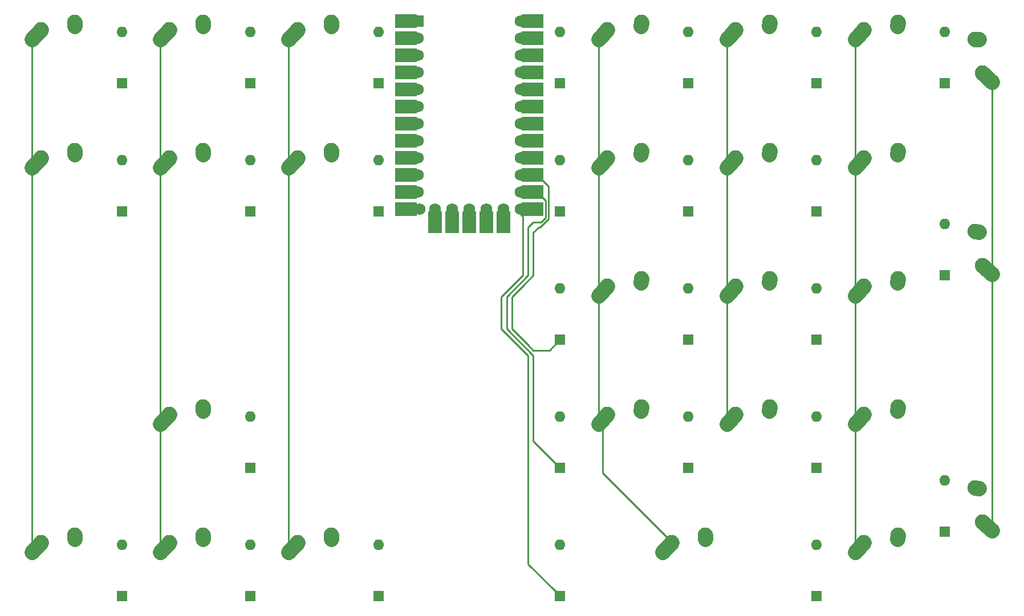
<source format=gbr>
G04 #@! TF.GenerationSoftware,KiCad,Pcbnew,(5.1.5)-3*
G04 #@! TF.CreationDate,2020-05-03T20:55:51-04:00*
G04 #@! TF.ProjectId,SideCar1.0,53696465-4361-4723-912e-302e6b696361,rev?*
G04 #@! TF.SameCoordinates,Original*
G04 #@! TF.FileFunction,Copper,L1,Top*
G04 #@! TF.FilePolarity,Positive*
%FSLAX46Y46*%
G04 Gerber Fmt 4.6, Leading zero omitted, Abs format (unit mm)*
G04 Created by KiCad (PCBNEW (5.1.5)-3) date 2020-05-03 20:55:51*
%MOMM*%
%LPD*%
G04 APERTURE LIST*
%ADD10R,2.000000X3.250000*%
%ADD11R,3.250000X2.000000*%
%ADD12C,1.752600*%
%ADD13R,1.752600X1.752600*%
%ADD14C,2.250000*%
%ADD15C,2.250000*%
%ADD16O,1.600000X1.600000*%
%ADD17R,1.600000X1.600000*%
%ADD18C,0.250000*%
G04 APERTURE END LIST*
D10*
X205898750Y-129381250D03*
X203358750Y-129381250D03*
X200818750Y-129381250D03*
X198278750Y-129381250D03*
X195738750Y-129381250D03*
D11*
X210216750Y-99536250D03*
X210216750Y-102076250D03*
X210216750Y-104616250D03*
X210216750Y-107156250D03*
X210216750Y-109696250D03*
X210216750Y-112236250D03*
X210216750Y-114776250D03*
X210216750Y-117316250D03*
X210216750Y-119856250D03*
X210216750Y-122396250D03*
X210216750Y-124936250D03*
X210216750Y-127476250D03*
X191420750Y-127476250D03*
X191420750Y-124936250D03*
X191420750Y-122396250D03*
X191420750Y-119856250D03*
X191420750Y-117316250D03*
X191420750Y-114776250D03*
X191420750Y-112236250D03*
X191420750Y-109696250D03*
X191420750Y-107156250D03*
X191420750Y-104616250D03*
X191420750Y-102076250D03*
X191420750Y-99536250D03*
D12*
X195738750Y-127476250D03*
X198278750Y-127476250D03*
X200818750Y-127476250D03*
X203358750Y-127476250D03*
X205898750Y-127476250D03*
X208438750Y-99536250D03*
X193427350Y-127476250D03*
X208438750Y-102076250D03*
X208438750Y-104616250D03*
X208438750Y-107156250D03*
X208438750Y-109696250D03*
X208438750Y-112236250D03*
X208438750Y-114776250D03*
X208438750Y-117316250D03*
X208438750Y-119856250D03*
X208438750Y-122396250D03*
X208438750Y-124936250D03*
X208438750Y-127476250D03*
X193198750Y-124936250D03*
X193198750Y-122396250D03*
X193198750Y-119856250D03*
X193198750Y-117316250D03*
X193198750Y-114776250D03*
X193198750Y-112236250D03*
X193198750Y-109696250D03*
X193198750Y-107156250D03*
X193198750Y-104616250D03*
X193198750Y-102076250D03*
D13*
X193198750Y-99536250D03*
D14*
X276987500Y-173950000D03*
D15*
X278447500Y-175260000D02*
X276987500Y-173949998D01*
D14*
X275907500Y-168910000D03*
D15*
X276487500Y-168950000D02*
X275907500Y-168910000D01*
D14*
X276987500Y-135850000D03*
D15*
X278447500Y-137160000D02*
X276987500Y-135849998D01*
D14*
X275907500Y-130810000D03*
D15*
X276487500Y-130850000D02*
X275907500Y-130810000D01*
D14*
X276987500Y-107275000D03*
D15*
X278447500Y-108585000D02*
X276987500Y-107274998D01*
D14*
X275907500Y-102235000D03*
D15*
X276487500Y-102275000D02*
X275907500Y-102235000D01*
D14*
X259437500Y-176975000D03*
D15*
X258127500Y-178435000D02*
X259437502Y-176975000D01*
D14*
X264477500Y-175895000D03*
D15*
X264437500Y-176475000D02*
X264477500Y-175895000D01*
D14*
X259437500Y-157925000D03*
D15*
X258127500Y-159385000D02*
X259437502Y-157925000D01*
D14*
X264477500Y-156845000D03*
D15*
X264437500Y-157425000D02*
X264477500Y-156845000D01*
D14*
X259437500Y-138875000D03*
D15*
X258127500Y-140335000D02*
X259437502Y-138875000D01*
D14*
X264477500Y-137795000D03*
D15*
X264437500Y-138375000D02*
X264477500Y-137795000D01*
D14*
X259437500Y-119825000D03*
D15*
X258127500Y-121285000D02*
X259437502Y-119825000D01*
D14*
X264477500Y-118745000D03*
D15*
X264437500Y-119325000D02*
X264477500Y-118745000D01*
D14*
X259437500Y-100775000D03*
D15*
X258127500Y-102235000D02*
X259437502Y-100775000D01*
D14*
X264477500Y-99695000D03*
D15*
X264437500Y-100275000D02*
X264477500Y-99695000D01*
D14*
X240387500Y-157925000D03*
D15*
X239077500Y-159385000D02*
X240387502Y-157925000D01*
D14*
X245427500Y-156845000D03*
D15*
X245387500Y-157425000D02*
X245427500Y-156845000D01*
D14*
X240387500Y-138875000D03*
D15*
X239077500Y-140335000D02*
X240387502Y-138875000D01*
D14*
X245427500Y-137795000D03*
D15*
X245387500Y-138375000D02*
X245427500Y-137795000D01*
D14*
X240387500Y-119825000D03*
D15*
X239077500Y-121285000D02*
X240387502Y-119825000D01*
D14*
X245427500Y-118745000D03*
D15*
X245387500Y-119325000D02*
X245427500Y-118745000D01*
D14*
X240387500Y-100775000D03*
D15*
X239077500Y-102235000D02*
X240387502Y-100775000D01*
D14*
X245427500Y-99695000D03*
D15*
X245387500Y-100275000D02*
X245427500Y-99695000D01*
D14*
X230862500Y-176975000D03*
D15*
X229552500Y-178435000D02*
X230862502Y-176975000D01*
D14*
X235902500Y-175895000D03*
D15*
X235862500Y-176475000D02*
X235902500Y-175895000D01*
D14*
X221337500Y-157925000D03*
D15*
X220027500Y-159385000D02*
X221337502Y-157925000D01*
D14*
X226377500Y-156845000D03*
D15*
X226337500Y-157425000D02*
X226377500Y-156845000D01*
D14*
X221337500Y-138875000D03*
D15*
X220027500Y-140335000D02*
X221337502Y-138875000D01*
D14*
X226377500Y-137795000D03*
D15*
X226337500Y-138375000D02*
X226377500Y-137795000D01*
D14*
X221337500Y-119825000D03*
D15*
X220027500Y-121285000D02*
X221337502Y-119825000D01*
D14*
X226377500Y-118745000D03*
D15*
X226337500Y-119325000D02*
X226377500Y-118745000D01*
D14*
X221337500Y-100775000D03*
D15*
X220027500Y-102235000D02*
X221337502Y-100775000D01*
D14*
X226377500Y-99695000D03*
D15*
X226337500Y-100275000D02*
X226377500Y-99695000D01*
D14*
X175300000Y-176975000D03*
D15*
X173990000Y-178435000D02*
X175300002Y-176975000D01*
D14*
X180340000Y-175895000D03*
D15*
X180300000Y-176475000D02*
X180340000Y-175895000D01*
D14*
X175300000Y-119825000D03*
D15*
X173990000Y-121285000D02*
X175300002Y-119825000D01*
D14*
X180340000Y-118745000D03*
D15*
X180300000Y-119325000D02*
X180340000Y-118745000D01*
D14*
X175300000Y-100775000D03*
D15*
X173990000Y-102235000D02*
X175300002Y-100775000D01*
D14*
X180340000Y-99695000D03*
D15*
X180300000Y-100275000D02*
X180340000Y-99695000D01*
D14*
X156250000Y-176975000D03*
D15*
X154940000Y-178435000D02*
X156250002Y-176975000D01*
D14*
X161290000Y-175895000D03*
D15*
X161250000Y-176475000D02*
X161290000Y-175895000D01*
D14*
X156250000Y-157925000D03*
D15*
X154940000Y-159385000D02*
X156250002Y-157925000D01*
D14*
X161290000Y-156845000D03*
D15*
X161250000Y-157425000D02*
X161290000Y-156845000D01*
D14*
X156250000Y-119825000D03*
D15*
X154940000Y-121285000D02*
X156250002Y-119825000D01*
D14*
X161290000Y-118745000D03*
D15*
X161250000Y-119325000D02*
X161290000Y-118745000D01*
D14*
X156250000Y-100775000D03*
D15*
X154940000Y-102235000D02*
X156250002Y-100775000D01*
D14*
X161290000Y-99695000D03*
D15*
X161250000Y-100275000D02*
X161290000Y-99695000D01*
D14*
X137200000Y-176975000D03*
D15*
X135890000Y-178435000D02*
X137200002Y-176975000D01*
D14*
X142240000Y-175895000D03*
D15*
X142200000Y-176475000D02*
X142240000Y-175895000D01*
D14*
X137200000Y-119825000D03*
D15*
X135890000Y-121285000D02*
X137200002Y-119825000D01*
D14*
X142240000Y-118745000D03*
D15*
X142200000Y-119325000D02*
X142240000Y-118745000D01*
D14*
X137200000Y-100775000D03*
D15*
X135890000Y-102235000D02*
X137200002Y-100775000D01*
D14*
X142240000Y-99695000D03*
D15*
X142200000Y-100275000D02*
X142240000Y-99695000D01*
D16*
X271462500Y-167798750D03*
D17*
X271462500Y-175418750D03*
D16*
X271462500Y-129698750D03*
D17*
X271462500Y-137318750D03*
D16*
X271462500Y-101123750D03*
D17*
X271462500Y-108743750D03*
D16*
X252412500Y-177323750D03*
D17*
X252412500Y-184943750D03*
D16*
X252412500Y-158273750D03*
D17*
X252412500Y-165893750D03*
D16*
X252412500Y-139223750D03*
D17*
X252412500Y-146843750D03*
D16*
X252412500Y-120173750D03*
D17*
X252412500Y-127793750D03*
D16*
X252412500Y-101123750D03*
D17*
X252412500Y-108743750D03*
D16*
X233362500Y-158273750D03*
D17*
X233362500Y-165893750D03*
D16*
X233362500Y-139223750D03*
D17*
X233362500Y-146843750D03*
D16*
X233362500Y-120173750D03*
D17*
X233362500Y-127793750D03*
D16*
X233362500Y-101123750D03*
D17*
X233362500Y-108743750D03*
D16*
X214312500Y-177323750D03*
D17*
X214312500Y-184943750D03*
D16*
X214312500Y-158273750D03*
D17*
X214312500Y-165893750D03*
D16*
X214312500Y-139223750D03*
D17*
X214312500Y-146843750D03*
D16*
X214312500Y-120173750D03*
D17*
X214312500Y-127793750D03*
D16*
X214312500Y-101123750D03*
D17*
X214312500Y-108743750D03*
D16*
X187325000Y-177323750D03*
D17*
X187325000Y-184943750D03*
D16*
X187325000Y-120173750D03*
D17*
X187325000Y-127793750D03*
D16*
X187325000Y-101123750D03*
D17*
X187325000Y-108743750D03*
D16*
X168275000Y-177323750D03*
D17*
X168275000Y-184943750D03*
D16*
X168275000Y-158273750D03*
D17*
X168275000Y-165893750D03*
D16*
X168275000Y-120173750D03*
D17*
X168275000Y-127793750D03*
D16*
X168275000Y-101123750D03*
D17*
X168275000Y-108743750D03*
D16*
X149225000Y-177323750D03*
D17*
X149225000Y-184943750D03*
D16*
X149225000Y-120173750D03*
D17*
X149225000Y-127793750D03*
D16*
X149225000Y-101123750D03*
D17*
X149225000Y-108743750D03*
D18*
X193198750Y-112236250D02*
X191420750Y-112236250D01*
X193198750Y-122396250D02*
X191420750Y-122396250D01*
X213518750Y-184150000D02*
X214312500Y-184943750D01*
X208438750Y-127476250D02*
X210216750Y-127476250D01*
X209550000Y-149225000D02*
X209550000Y-179387500D01*
X205581250Y-145256250D02*
X209550000Y-149225000D01*
X209550000Y-180181250D02*
X213518750Y-184150000D01*
X209550000Y-179387500D02*
X209550000Y-180181250D01*
X205581250Y-141287500D02*
X205581250Y-145256250D01*
X208438750Y-127476250D02*
X208438750Y-128270000D01*
X208438750Y-128270000D02*
X208756250Y-128587500D01*
X205581250Y-141287500D02*
X205581250Y-140493750D01*
X205581250Y-140493750D02*
X208756250Y-137318750D01*
X208756250Y-137318750D02*
X208756250Y-128587500D01*
X206375000Y-145256250D02*
X206375000Y-140493750D01*
X210343750Y-149225000D02*
X206375000Y-145256250D01*
X209550000Y-130175000D02*
X210343750Y-129381250D01*
X214312500Y-165893750D02*
X210343750Y-161925000D01*
X210343750Y-161925000D02*
X210343750Y-149225000D01*
X212166751Y-126216249D02*
X210886752Y-124936250D01*
X210886752Y-124936250D02*
X208438750Y-124936250D01*
X206375000Y-140493750D02*
X209550000Y-137318750D01*
X209550000Y-137318750D02*
X209550000Y-130175000D01*
X210343750Y-129381250D02*
X211521752Y-129381250D01*
X211521752Y-129381250D02*
X212166751Y-128736251D01*
X212166751Y-128736251D02*
X212166751Y-126216249D01*
X212616760Y-124126258D02*
X212616760Y-128922652D01*
X208438750Y-122396250D02*
X210886752Y-122396250D01*
X212616760Y-128922652D02*
X211364412Y-130175000D01*
X210886752Y-122396250D02*
X212616760Y-124126258D01*
X211364412Y-130175000D02*
X211137500Y-130175000D01*
X211137500Y-130175000D02*
X210343750Y-130968750D01*
X207168750Y-141287500D02*
X207168750Y-145256250D01*
X207168750Y-145256250D02*
X209550000Y-147637500D01*
X209550000Y-147637500D02*
X210343750Y-148431250D01*
X212725000Y-148431250D02*
X214312500Y-146843750D01*
X210343750Y-148431250D02*
X212725000Y-148431250D01*
X207168750Y-141287500D02*
X207168750Y-140493750D01*
X207168750Y-140493750D02*
X208756250Y-138906250D01*
X208756250Y-138906250D02*
X210343750Y-137318750D01*
X210343750Y-137318750D02*
X210343750Y-130968750D01*
X135890000Y-104616250D02*
X135890000Y-121285000D01*
X135890000Y-102235000D02*
X135890000Y-104616250D01*
X135890000Y-123666250D02*
X135890000Y-178435000D01*
X135890000Y-121285000D02*
X135890000Y-123666250D01*
X193198750Y-114776250D02*
X191420750Y-114776250D01*
X154940000Y-104616250D02*
X154940000Y-121285000D01*
X154940000Y-102235000D02*
X154940000Y-104616250D01*
X154940000Y-123666250D02*
X154940000Y-159385000D01*
X154940000Y-121285000D02*
X154940000Y-123666250D01*
X154940000Y-161766250D02*
X154940000Y-178435000D01*
X154940000Y-159385000D02*
X154940000Y-161766250D01*
X191420750Y-117316250D02*
X193198750Y-117316250D01*
X173990000Y-104616250D02*
X173990000Y-121285000D01*
X173990000Y-102235000D02*
X173990000Y-104616250D01*
X173990000Y-121285000D02*
X173990000Y-178435000D01*
X193198750Y-119856250D02*
X191420750Y-119856250D01*
X220027500Y-102235000D02*
X220027500Y-121285000D01*
X220027500Y-123666250D02*
X220027500Y-140335000D01*
X220027500Y-121285000D02*
X220027500Y-123666250D01*
X220027500Y-140335000D02*
X220027500Y-159385000D01*
X220662500Y-160337500D02*
X220662500Y-166687500D01*
X230862500Y-176887500D02*
X230862500Y-176975000D01*
X220662500Y-166687500D02*
X230862500Y-176887500D01*
X220027500Y-159385000D02*
X220027500Y-159702500D01*
X220027500Y-159702500D02*
X220662500Y-160337500D01*
X219868750Y-121443750D02*
X220027500Y-121285000D01*
X210216750Y-119856250D02*
X208438750Y-119856250D01*
X239077500Y-102235000D02*
X239077500Y-121285000D01*
X239077500Y-142716250D02*
X239077500Y-159385000D01*
X239077500Y-140335000D02*
X239077500Y-142716250D01*
X239077500Y-140335000D02*
X239077500Y-121285000D01*
X208438750Y-117316250D02*
X210216750Y-117316250D01*
X258127500Y-104616250D02*
X258127500Y-121285000D01*
X258127500Y-102235000D02*
X258127500Y-104616250D01*
X258127500Y-121285000D02*
X258127500Y-140335000D01*
X258127500Y-142716250D02*
X258127500Y-159385000D01*
X258127500Y-140335000D02*
X258127500Y-142716250D01*
X258127500Y-161766250D02*
X258127500Y-178435000D01*
X258127500Y-159385000D02*
X258127500Y-161766250D01*
X208438750Y-114776250D02*
X210216750Y-114776250D01*
X278447500Y-108585000D02*
X278447500Y-137160000D01*
X278447500Y-172490000D02*
X278447500Y-175260000D01*
X278447500Y-137160000D02*
X278447500Y-172490000D01*
X208438750Y-112236250D02*
X210216750Y-112236250D01*
X205898750Y-127476250D02*
X205898750Y-129381250D01*
X203358750Y-127476250D02*
X203358750Y-129381250D01*
X200818750Y-127476250D02*
X200818750Y-129381250D01*
X198278750Y-127476250D02*
X198278750Y-129381250D01*
X195738750Y-127476250D02*
X195738750Y-129381250D01*
X193198750Y-102076250D02*
X191420750Y-102076250D01*
X193198750Y-104616250D02*
X191420750Y-104616250D01*
X208438750Y-99536250D02*
X210216750Y-99536250D01*
X208438750Y-104616250D02*
X210216750Y-104616250D01*
X208438750Y-107156250D02*
X210216750Y-107156250D01*
X208438750Y-109696250D02*
X210216750Y-109696250D01*
X191420750Y-109696250D02*
X193198750Y-109696250D01*
X193198750Y-99536250D02*
X191420750Y-99536250D01*
X208438750Y-102076250D02*
X210216750Y-102076250D01*
X191420750Y-127476250D02*
X193427350Y-127476250D01*
X193198750Y-107156250D02*
X191420750Y-107156250D01*
X191420750Y-124936250D02*
X193198750Y-124936250D01*
M02*

</source>
